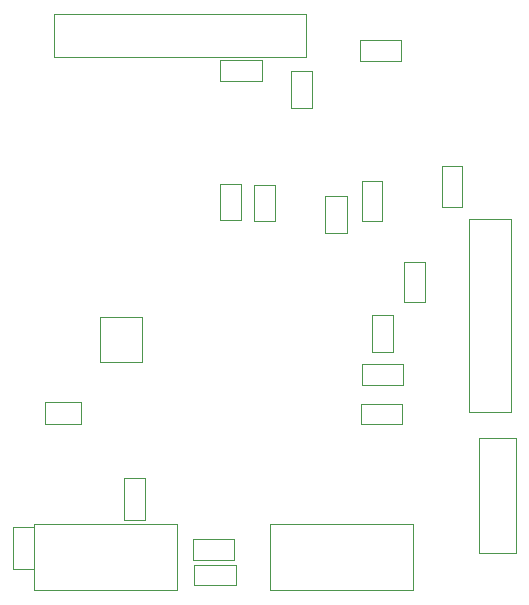
<source format=gbr>
G04 #@! TF.GenerationSoftware,KiCad,Pcbnew,5.1.6-c6e7f7d~87~ubuntu18.04.1*
G04 #@! TF.CreationDate,2020-10-14T05:15:15+05:30*
G04 #@! TF.ProjectId,FrontEnd_4S,46726f6e-7445-46e6-945f-34532e6b6963,rev?*
G04 #@! TF.SameCoordinates,Original*
G04 #@! TF.FileFunction,Other,User*
%FSLAX46Y46*%
G04 Gerber Fmt 4.6, Leading zero omitted, Abs format (unit mm)*
G04 Created by KiCad (PCBNEW 5.1.6-c6e7f7d~87~ubuntu18.04.1) date 2020-10-14 05:15:15*
%MOMM*%
%LPD*%
G01*
G04 APERTURE LIST*
%ADD10C,0.050000*%
G04 APERTURE END LIST*
D10*
X142557000Y-84156100D02*
X138957000Y-84156100D01*
X142557000Y-100456100D02*
X142557000Y-84156100D01*
X138957000Y-100456100D02*
X142557000Y-100456100D01*
X138957000Y-84156100D02*
X138957000Y-100456100D01*
X122566000Y-81236300D02*
X122566000Y-84336300D01*
X122566000Y-81236300D02*
X120766000Y-81236300D01*
X120766000Y-84336300D02*
X122566000Y-84336300D01*
X120766000Y-84336300D02*
X120766000Y-81236300D01*
X123918000Y-74735000D02*
X123918000Y-71635000D01*
X123918000Y-74735000D02*
X125718000Y-74735000D01*
X125718000Y-71635000D02*
X123918000Y-71635000D01*
X125718000Y-71635000D02*
X125718000Y-74735000D01*
X106147000Y-101476000D02*
X103047000Y-101476000D01*
X106147000Y-101476000D02*
X106147000Y-99676000D01*
X103047000Y-99676000D02*
X103047000Y-101476000D01*
X103047000Y-99676000D02*
X106147000Y-99676000D01*
X121407000Y-72477700D02*
X117907000Y-72477700D01*
X121407000Y-72477700D02*
X121407000Y-70727700D01*
X117907000Y-70727700D02*
X117907000Y-72477700D01*
X117907000Y-70727700D02*
X121407000Y-70727700D01*
X138406000Y-79657000D02*
X138406000Y-83157000D01*
X138406000Y-79657000D02*
X136656000Y-79657000D01*
X136656000Y-83157000D02*
X138406000Y-83157000D01*
X136656000Y-83157000D02*
X136656000Y-79657000D01*
X100357000Y-113759000D02*
X100357000Y-110259000D01*
X100357000Y-113759000D02*
X102107000Y-113759000D01*
X102107000Y-110259000D02*
X100357000Y-110259000D01*
X102107000Y-110259000D02*
X102107000Y-113759000D01*
X109803000Y-109624000D02*
X109803000Y-106124000D01*
X109803000Y-109624000D02*
X111553000Y-109624000D01*
X111553000Y-106124000D02*
X109803000Y-106124000D01*
X111553000Y-106124000D02*
X111553000Y-109624000D01*
X119108000Y-113021000D02*
X115608000Y-113021000D01*
X119108000Y-113021000D02*
X119108000Y-111271000D01*
X115608000Y-111271000D02*
X115608000Y-113021000D01*
X115608000Y-111271000D02*
X119108000Y-111271000D01*
X115720000Y-113433000D02*
X119220000Y-113433000D01*
X115720000Y-113433000D02*
X115720000Y-115183000D01*
X119220000Y-115183000D02*
X119220000Y-113433000D01*
X119220000Y-115183000D02*
X115720000Y-115183000D01*
X133309000Y-101533000D02*
X129809000Y-101533000D01*
X133309000Y-101533000D02*
X133309000Y-99783000D01*
X129809000Y-99783000D02*
X129809000Y-101533000D01*
X129809000Y-99783000D02*
X133309000Y-99783000D01*
X133403000Y-98177400D02*
X129903000Y-98177400D01*
X133403000Y-98177400D02*
X133403000Y-96427400D01*
X129903000Y-96427400D02*
X129903000Y-98177400D01*
X129903000Y-96427400D02*
X133403000Y-96427400D01*
X133231000Y-70755600D02*
X129731000Y-70755600D01*
X133231000Y-70755600D02*
X133231000Y-69005600D01*
X129731000Y-69005600D02*
X129731000Y-70755600D01*
X129731000Y-69005600D02*
X133231000Y-69005600D01*
X131632000Y-84346500D02*
X129872000Y-84346500D01*
X131632000Y-80946500D02*
X131632000Y-84346500D01*
X129872000Y-80946500D02*
X131632000Y-80946500D01*
X129872000Y-84346500D02*
X129872000Y-80946500D01*
X133499000Y-91214700D02*
X133499000Y-87814700D01*
X133499000Y-87814700D02*
X135259000Y-87814700D01*
X135259000Y-87814700D02*
X135259000Y-91214700D01*
X135259000Y-91214700D02*
X133499000Y-91214700D01*
X125164000Y-70413000D02*
X125164000Y-66813000D01*
X103814000Y-70413000D02*
X125164000Y-70413000D01*
X103814000Y-66813000D02*
X103814000Y-70413000D01*
X125164000Y-66813000D02*
X103814000Y-66813000D01*
X128604000Y-82209000D02*
X128604000Y-85309000D01*
X128604000Y-82209000D02*
X126804000Y-82209000D01*
X126804000Y-85309000D02*
X128604000Y-85309000D01*
X126804000Y-85309000D02*
X126804000Y-82209000D01*
X117888000Y-84249900D02*
X117888000Y-81149900D01*
X117888000Y-84249900D02*
X119688000Y-84249900D01*
X119688000Y-81149900D02*
X117888000Y-81149900D01*
X119688000Y-81149900D02*
X119688000Y-84249900D01*
X130756000Y-95375100D02*
X130756000Y-92275100D01*
X130756000Y-95375100D02*
X132556000Y-95375100D01*
X132556000Y-92275100D02*
X130756000Y-92275100D01*
X132556000Y-92275100D02*
X132556000Y-95375100D01*
X139787000Y-102656000D02*
X139787000Y-112456000D01*
X142987000Y-102656000D02*
X139787000Y-102656000D01*
X142987000Y-112456000D02*
X142987000Y-102656000D01*
X139787000Y-112456000D02*
X142987000Y-112456000D01*
X111294000Y-96258500D02*
X107694000Y-96258500D01*
X111294000Y-92458500D02*
X111294000Y-96258500D01*
X107694000Y-92458500D02*
X111294000Y-92458500D01*
X107694000Y-96258500D02*
X107694000Y-92458500D01*
X102173000Y-109984000D02*
X102173000Y-115584000D01*
X102173000Y-115584000D02*
X114273000Y-115584000D01*
X114273000Y-115584000D02*
X114273000Y-109984000D01*
X114273000Y-109984000D02*
X102173000Y-109984000D01*
X134235000Y-109989000D02*
X122135000Y-109989000D01*
X134235000Y-115589000D02*
X134235000Y-109989000D01*
X122135000Y-115589000D02*
X134235000Y-115589000D01*
X122135000Y-109989000D02*
X122135000Y-115589000D01*
M02*

</source>
